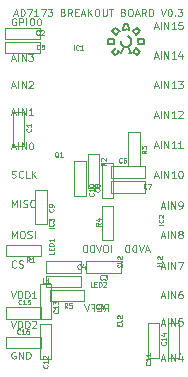
<source format=gbr>
G04 (created by PCBNEW (2013-jul-07)-stable) date Mon 28 Dec 2015 12:05:22 PM PST*
%MOIN*%
G04 Gerber Fmt 3.4, Leading zero omitted, Abs format*
%FSLAX34Y34*%
G01*
G70*
G90*
G04 APERTURE LIST*
%ADD10C,0.00393701*%
%ADD11C,0.0016*%
%ADD12C,0.0024*%
%ADD13C,0.002*%
%ADD14C,0.0059*%
G04 APERTURE END LIST*
G54D10*
G54D11*
X56391Y-39291D02*
X56399Y-39299D01*
X56406Y-39321D01*
X56406Y-39337D01*
X56399Y-39360D01*
X56383Y-39375D01*
X56368Y-39382D01*
X56338Y-39390D01*
X56315Y-39390D01*
X56284Y-39382D01*
X56269Y-39375D01*
X56254Y-39360D01*
X56246Y-39337D01*
X56246Y-39321D01*
X56254Y-39299D01*
X56262Y-39291D01*
X56406Y-39139D02*
X56406Y-39230D01*
X56406Y-39184D02*
X56246Y-39184D01*
X56269Y-39200D01*
X56284Y-39215D01*
X56292Y-39230D01*
X56676Y-36152D02*
X56668Y-36160D01*
X56645Y-36167D01*
X56630Y-36167D01*
X56607Y-36160D01*
X56592Y-36144D01*
X56584Y-36129D01*
X56577Y-36099D01*
X56577Y-36076D01*
X56584Y-36045D01*
X56592Y-36030D01*
X56607Y-36015D01*
X56630Y-36007D01*
X56645Y-36007D01*
X56668Y-36015D01*
X56676Y-36023D01*
X56737Y-36023D02*
X56744Y-36015D01*
X56759Y-36007D01*
X56798Y-36007D01*
X56813Y-36015D01*
X56820Y-36023D01*
X56828Y-36038D01*
X56828Y-36053D01*
X56820Y-36076D01*
X56729Y-36167D01*
X56828Y-36167D01*
X58795Y-44311D02*
X58787Y-44319D01*
X58765Y-44326D01*
X58749Y-44326D01*
X58726Y-44319D01*
X58711Y-44303D01*
X58704Y-44288D01*
X58696Y-44258D01*
X58696Y-44235D01*
X58704Y-44204D01*
X58711Y-44189D01*
X58726Y-44174D01*
X58749Y-44166D01*
X58765Y-44166D01*
X58787Y-44174D01*
X58795Y-44182D01*
X58848Y-44166D02*
X58947Y-44166D01*
X58894Y-44227D01*
X58917Y-44227D01*
X58932Y-44235D01*
X58940Y-44242D01*
X58947Y-44258D01*
X58947Y-44296D01*
X58940Y-44311D01*
X58932Y-44319D01*
X58917Y-44326D01*
X58871Y-44326D01*
X58856Y-44319D01*
X58848Y-44311D01*
X58050Y-43959D02*
X58042Y-43967D01*
X58019Y-43974D01*
X58004Y-43974D01*
X57981Y-43967D01*
X57966Y-43951D01*
X57958Y-43936D01*
X57951Y-43906D01*
X57951Y-43883D01*
X57958Y-43852D01*
X57966Y-43837D01*
X57981Y-43822D01*
X58004Y-43814D01*
X58019Y-43814D01*
X58042Y-43822D01*
X58050Y-43830D01*
X58187Y-43868D02*
X58187Y-43974D01*
X58149Y-43807D02*
X58111Y-43921D01*
X58210Y-43921D01*
X57822Y-36666D02*
X57822Y-36506D01*
X57989Y-36651D02*
X57982Y-36659D01*
X57959Y-36666D01*
X57944Y-36666D01*
X57921Y-36659D01*
X57905Y-36643D01*
X57898Y-36628D01*
X57890Y-36598D01*
X57890Y-36575D01*
X57898Y-36544D01*
X57905Y-36529D01*
X57921Y-36514D01*
X57944Y-36506D01*
X57959Y-36506D01*
X57982Y-36514D01*
X57989Y-36522D01*
X58142Y-36666D02*
X58050Y-36666D01*
X58096Y-36666D02*
X58096Y-36506D01*
X58081Y-36529D01*
X58065Y-36544D01*
X58050Y-36552D01*
X57154Y-43400D02*
X57154Y-43476D01*
X56994Y-43476D01*
X57070Y-43347D02*
X57070Y-43294D01*
X57154Y-43271D02*
X57154Y-43347D01*
X56994Y-43347D01*
X56994Y-43271D01*
X57154Y-43202D02*
X56994Y-43202D01*
X56994Y-43164D01*
X57002Y-43141D01*
X57017Y-43126D01*
X57032Y-43118D01*
X57063Y-43111D01*
X57086Y-43111D01*
X57116Y-43118D01*
X57131Y-43126D01*
X57147Y-43141D01*
X57154Y-43164D01*
X57154Y-43202D01*
X57154Y-42958D02*
X57154Y-43050D01*
X57154Y-43004D02*
X56994Y-43004D01*
X57017Y-43019D01*
X57032Y-43035D01*
X57040Y-43050D01*
X56357Y-43738D02*
X56303Y-43662D01*
X56265Y-43738D02*
X56265Y-43578D01*
X56326Y-43578D01*
X56341Y-43586D01*
X56349Y-43594D01*
X56357Y-43609D01*
X56357Y-43632D01*
X56349Y-43647D01*
X56341Y-43654D01*
X56326Y-43662D01*
X56265Y-43662D01*
X56509Y-43738D02*
X56418Y-43738D01*
X56463Y-43738D02*
X56463Y-43578D01*
X56448Y-43601D01*
X56433Y-43616D01*
X56418Y-43624D01*
X58889Y-40429D02*
X58813Y-40483D01*
X58889Y-40521D02*
X58729Y-40521D01*
X58729Y-40460D01*
X58737Y-40445D01*
X58745Y-40437D01*
X58760Y-40429D01*
X58783Y-40429D01*
X58798Y-40437D01*
X58805Y-40445D01*
X58813Y-40460D01*
X58813Y-40521D01*
X58745Y-40368D02*
X58737Y-40361D01*
X58729Y-40346D01*
X58729Y-40307D01*
X58737Y-40292D01*
X58745Y-40285D01*
X58760Y-40277D01*
X58775Y-40277D01*
X58798Y-40285D01*
X58889Y-40376D01*
X58889Y-40277D01*
X60246Y-40023D02*
X60170Y-40077D01*
X60246Y-40115D02*
X60086Y-40115D01*
X60086Y-40054D01*
X60094Y-40039D01*
X60102Y-40031D01*
X60117Y-40023D01*
X60140Y-40023D01*
X60155Y-40031D01*
X60162Y-40039D01*
X60170Y-40054D01*
X60170Y-40115D01*
X60086Y-39970D02*
X60086Y-39871D01*
X60147Y-39924D01*
X60147Y-39901D01*
X60155Y-39886D01*
X60162Y-39879D01*
X60178Y-39871D01*
X60216Y-39871D01*
X60231Y-39879D01*
X60239Y-39886D01*
X60246Y-39901D01*
X60246Y-39947D01*
X60239Y-39962D01*
X60231Y-39970D01*
G54D12*
X55758Y-36966D02*
X55873Y-36966D01*
X55735Y-37035D02*
X55815Y-36795D01*
X55895Y-37035D01*
X55975Y-37035D02*
X55975Y-36795D01*
X56090Y-37035D02*
X56090Y-36795D01*
X56227Y-37035D01*
X56227Y-36795D01*
X56318Y-36795D02*
X56467Y-36795D01*
X56387Y-36886D01*
X56421Y-36886D01*
X56444Y-36898D01*
X56455Y-36909D01*
X56467Y-36932D01*
X56467Y-36989D01*
X56455Y-37012D01*
X56444Y-37023D01*
X56421Y-37035D01*
X56353Y-37035D01*
X56330Y-37023D01*
X56318Y-37012D01*
X55758Y-37872D02*
X55873Y-37872D01*
X55735Y-37941D02*
X55815Y-37701D01*
X55895Y-37941D01*
X55975Y-37941D02*
X55975Y-37701D01*
X56090Y-37941D02*
X56090Y-37701D01*
X56227Y-37941D01*
X56227Y-37701D01*
X56330Y-37724D02*
X56341Y-37712D01*
X56364Y-37701D01*
X56421Y-37701D01*
X56444Y-37712D01*
X56455Y-37724D01*
X56467Y-37746D01*
X56467Y-37769D01*
X56455Y-37804D01*
X56318Y-37941D01*
X56467Y-37941D01*
X55758Y-38777D02*
X55873Y-38777D01*
X55735Y-38846D02*
X55815Y-38606D01*
X55895Y-38846D01*
X55975Y-38846D02*
X55975Y-38606D01*
X56090Y-38846D02*
X56090Y-38606D01*
X56227Y-38846D01*
X56227Y-38606D01*
X56467Y-38846D02*
X56330Y-38846D01*
X56398Y-38846D02*
X56398Y-38606D01*
X56375Y-38640D01*
X56353Y-38663D01*
X56330Y-38674D01*
X55758Y-39919D02*
X55873Y-39919D01*
X55735Y-39988D02*
X55815Y-39748D01*
X55895Y-39988D01*
X55975Y-39988D02*
X55975Y-39748D01*
X56090Y-39988D02*
X56090Y-39748D01*
X56227Y-39988D01*
X56227Y-39748D01*
X56387Y-39748D02*
X56410Y-39748D01*
X56433Y-39759D01*
X56444Y-39771D01*
X56455Y-39793D01*
X56467Y-39839D01*
X56467Y-39896D01*
X56455Y-39942D01*
X56444Y-39965D01*
X56433Y-39976D01*
X56410Y-39988D01*
X56387Y-39988D01*
X56364Y-39976D01*
X56353Y-39965D01*
X56341Y-39942D01*
X56330Y-39896D01*
X56330Y-39839D01*
X56341Y-39793D01*
X56353Y-39771D01*
X56364Y-39759D01*
X56387Y-39748D01*
X55770Y-41917D02*
X55770Y-41677D01*
X55850Y-41848D01*
X55930Y-41677D01*
X55930Y-41917D01*
X56044Y-41917D02*
X56044Y-41677D01*
X56147Y-41905D02*
X56181Y-41917D01*
X56238Y-41917D01*
X56261Y-41905D01*
X56273Y-41894D01*
X56284Y-41871D01*
X56284Y-41848D01*
X56273Y-41825D01*
X56261Y-41814D01*
X56238Y-41802D01*
X56193Y-41791D01*
X56170Y-41780D01*
X56158Y-41768D01*
X56147Y-41745D01*
X56147Y-41722D01*
X56158Y-41700D01*
X56170Y-41688D01*
X56193Y-41677D01*
X56250Y-41677D01*
X56284Y-41688D01*
X56433Y-41677D02*
X56478Y-41677D01*
X56501Y-41688D01*
X56524Y-41711D01*
X56535Y-41757D01*
X56535Y-41837D01*
X56524Y-41882D01*
X56501Y-41905D01*
X56478Y-41917D01*
X56433Y-41917D01*
X56410Y-41905D01*
X56387Y-41882D01*
X56375Y-41837D01*
X56375Y-41757D01*
X56387Y-41711D01*
X56410Y-41688D01*
X56433Y-41677D01*
X55758Y-40921D02*
X55793Y-40933D01*
X55850Y-40933D01*
X55873Y-40921D01*
X55884Y-40910D01*
X55895Y-40887D01*
X55895Y-40864D01*
X55884Y-40841D01*
X55873Y-40830D01*
X55850Y-40818D01*
X55804Y-40807D01*
X55781Y-40796D01*
X55770Y-40784D01*
X55758Y-40761D01*
X55758Y-40738D01*
X55770Y-40716D01*
X55781Y-40704D01*
X55804Y-40693D01*
X55861Y-40693D01*
X55895Y-40704D01*
X56135Y-40910D02*
X56124Y-40921D01*
X56090Y-40933D01*
X56067Y-40933D01*
X56033Y-40921D01*
X56010Y-40898D01*
X55998Y-40876D01*
X55987Y-40830D01*
X55987Y-40796D01*
X55998Y-40750D01*
X56010Y-40727D01*
X56033Y-40704D01*
X56067Y-40693D01*
X56090Y-40693D01*
X56124Y-40704D01*
X56135Y-40716D01*
X56353Y-40933D02*
X56238Y-40933D01*
X56238Y-40693D01*
X56433Y-40933D02*
X56433Y-40693D01*
X56570Y-40933D02*
X56467Y-40796D01*
X56570Y-40693D02*
X56433Y-40830D01*
X55907Y-43902D02*
X55895Y-43913D01*
X55861Y-43925D01*
X55838Y-43925D01*
X55804Y-43913D01*
X55781Y-43890D01*
X55770Y-43868D01*
X55758Y-43822D01*
X55758Y-43788D01*
X55770Y-43742D01*
X55781Y-43719D01*
X55804Y-43696D01*
X55838Y-43685D01*
X55861Y-43685D01*
X55895Y-43696D01*
X55907Y-43708D01*
X55998Y-43913D02*
X56033Y-43925D01*
X56090Y-43925D01*
X56113Y-43913D01*
X56124Y-43902D01*
X56135Y-43879D01*
X56135Y-43856D01*
X56124Y-43833D01*
X56113Y-43822D01*
X56090Y-43810D01*
X56044Y-43799D01*
X56021Y-43788D01*
X56010Y-43776D01*
X55998Y-43753D01*
X55998Y-43730D01*
X56010Y-43708D01*
X56021Y-43696D01*
X56044Y-43685D01*
X56101Y-43685D01*
X56135Y-43696D01*
X55735Y-44709D02*
X55815Y-44949D01*
X55895Y-44709D01*
X55975Y-44949D02*
X55975Y-44709D01*
X56033Y-44709D01*
X56067Y-44720D01*
X56090Y-44743D01*
X56101Y-44766D01*
X56113Y-44812D01*
X56113Y-44846D01*
X56101Y-44892D01*
X56090Y-44914D01*
X56067Y-44937D01*
X56033Y-44949D01*
X55975Y-44949D01*
X56215Y-44949D02*
X56215Y-44709D01*
X56273Y-44709D01*
X56307Y-44720D01*
X56330Y-44743D01*
X56341Y-44766D01*
X56353Y-44812D01*
X56353Y-44846D01*
X56341Y-44892D01*
X56330Y-44914D01*
X56307Y-44937D01*
X56273Y-44949D01*
X56215Y-44949D01*
X56581Y-44949D02*
X56444Y-44949D01*
X56513Y-44949D02*
X56513Y-44709D01*
X56490Y-44743D01*
X56467Y-44766D01*
X56444Y-44777D01*
X55735Y-45693D02*
X55815Y-45933D01*
X55895Y-45693D01*
X55975Y-45933D02*
X55975Y-45693D01*
X56033Y-45693D01*
X56067Y-45704D01*
X56090Y-45727D01*
X56101Y-45750D01*
X56113Y-45796D01*
X56113Y-45830D01*
X56101Y-45876D01*
X56090Y-45898D01*
X56067Y-45921D01*
X56033Y-45933D01*
X55975Y-45933D01*
X56215Y-45933D02*
X56215Y-45693D01*
X56273Y-45693D01*
X56307Y-45704D01*
X56330Y-45727D01*
X56341Y-45750D01*
X56353Y-45796D01*
X56353Y-45830D01*
X56341Y-45876D01*
X56330Y-45898D01*
X56307Y-45921D01*
X56273Y-45933D01*
X56215Y-45933D01*
X56444Y-45716D02*
X56455Y-45704D01*
X56478Y-45693D01*
X56535Y-45693D01*
X56558Y-45704D01*
X56570Y-45716D01*
X56581Y-45738D01*
X56581Y-45761D01*
X56570Y-45796D01*
X56433Y-45933D01*
X56581Y-45933D01*
X55895Y-35625D02*
X55873Y-35614D01*
X55838Y-35614D01*
X55804Y-35625D01*
X55781Y-35648D01*
X55770Y-35671D01*
X55758Y-35717D01*
X55758Y-35751D01*
X55770Y-35797D01*
X55781Y-35819D01*
X55804Y-35842D01*
X55838Y-35854D01*
X55861Y-35854D01*
X55895Y-35842D01*
X55907Y-35831D01*
X55907Y-35751D01*
X55861Y-35751D01*
X56010Y-35854D02*
X56010Y-35614D01*
X56101Y-35614D01*
X56124Y-35625D01*
X56135Y-35637D01*
X56147Y-35659D01*
X56147Y-35694D01*
X56135Y-35717D01*
X56124Y-35728D01*
X56101Y-35739D01*
X56010Y-35739D01*
X56250Y-35854D02*
X56250Y-35614D01*
X56410Y-35614D02*
X56455Y-35614D01*
X56478Y-35625D01*
X56501Y-35648D01*
X56513Y-35694D01*
X56513Y-35774D01*
X56501Y-35819D01*
X56478Y-35842D01*
X56455Y-35854D01*
X56410Y-35854D01*
X56387Y-35842D01*
X56364Y-35819D01*
X56353Y-35774D01*
X56353Y-35694D01*
X56364Y-35648D01*
X56387Y-35625D01*
X56410Y-35614D01*
X56661Y-35614D02*
X56684Y-35614D01*
X56707Y-35625D01*
X56718Y-35637D01*
X56730Y-35659D01*
X56741Y-35705D01*
X56741Y-35762D01*
X56730Y-35808D01*
X56718Y-35831D01*
X56707Y-35842D01*
X56684Y-35854D01*
X56661Y-35854D01*
X56638Y-35842D01*
X56627Y-35831D01*
X56615Y-35808D01*
X56604Y-35762D01*
X56604Y-35705D01*
X56615Y-35659D01*
X56627Y-35637D01*
X56638Y-35625D01*
X56661Y-35614D01*
X60745Y-46970D02*
X60860Y-46970D01*
X60722Y-47039D02*
X60802Y-46799D01*
X60882Y-47039D01*
X60962Y-47039D02*
X60962Y-46799D01*
X61077Y-47039D02*
X61077Y-46799D01*
X61214Y-47039D01*
X61214Y-46799D01*
X61431Y-46879D02*
X61431Y-47039D01*
X61374Y-46787D02*
X61317Y-46959D01*
X61465Y-46959D01*
X60745Y-45789D02*
X60860Y-45789D01*
X60722Y-45858D02*
X60802Y-45618D01*
X60882Y-45858D01*
X60962Y-45858D02*
X60962Y-45618D01*
X61077Y-45858D02*
X61077Y-45618D01*
X61214Y-45858D01*
X61214Y-45618D01*
X61442Y-45618D02*
X61328Y-45618D01*
X61317Y-45732D01*
X61328Y-45721D01*
X61351Y-45709D01*
X61408Y-45709D01*
X61431Y-45721D01*
X61442Y-45732D01*
X61454Y-45755D01*
X61454Y-45812D01*
X61442Y-45835D01*
X61431Y-45846D01*
X61408Y-45858D01*
X61351Y-45858D01*
X61328Y-45846D01*
X61317Y-45835D01*
X60745Y-44884D02*
X60860Y-44884D01*
X60722Y-44953D02*
X60802Y-44713D01*
X60882Y-44953D01*
X60962Y-44953D02*
X60962Y-44713D01*
X61077Y-44953D02*
X61077Y-44713D01*
X61214Y-44953D01*
X61214Y-44713D01*
X61431Y-44713D02*
X61385Y-44713D01*
X61362Y-44724D01*
X61351Y-44736D01*
X61328Y-44770D01*
X61317Y-44816D01*
X61317Y-44907D01*
X61328Y-44930D01*
X61340Y-44941D01*
X61362Y-44953D01*
X61408Y-44953D01*
X61431Y-44941D01*
X61442Y-44930D01*
X61454Y-44907D01*
X61454Y-44850D01*
X61442Y-44827D01*
X61431Y-44816D01*
X61408Y-44804D01*
X61362Y-44804D01*
X61340Y-44816D01*
X61328Y-44827D01*
X61317Y-44850D01*
X60745Y-43899D02*
X60860Y-43899D01*
X60722Y-43968D02*
X60802Y-43728D01*
X60882Y-43968D01*
X60962Y-43968D02*
X60962Y-43728D01*
X61077Y-43968D02*
X61077Y-43728D01*
X61214Y-43968D01*
X61214Y-43728D01*
X61305Y-43728D02*
X61465Y-43728D01*
X61362Y-43968D01*
X60745Y-42876D02*
X60860Y-42876D01*
X60722Y-42945D02*
X60802Y-42705D01*
X60882Y-42945D01*
X60962Y-42945D02*
X60962Y-42705D01*
X61077Y-42945D02*
X61077Y-42705D01*
X61214Y-42945D01*
X61214Y-42705D01*
X61362Y-42808D02*
X61340Y-42796D01*
X61328Y-42785D01*
X61317Y-42762D01*
X61317Y-42750D01*
X61328Y-42728D01*
X61340Y-42716D01*
X61362Y-42705D01*
X61408Y-42705D01*
X61431Y-42716D01*
X61442Y-42728D01*
X61454Y-42750D01*
X61454Y-42762D01*
X61442Y-42785D01*
X61431Y-42796D01*
X61408Y-42808D01*
X61362Y-42808D01*
X61340Y-42819D01*
X61328Y-42830D01*
X61317Y-42853D01*
X61317Y-42899D01*
X61328Y-42922D01*
X61340Y-42933D01*
X61362Y-42945D01*
X61408Y-42945D01*
X61431Y-42933D01*
X61442Y-42922D01*
X61454Y-42899D01*
X61454Y-42853D01*
X61442Y-42830D01*
X61431Y-42819D01*
X61408Y-42808D01*
X60745Y-41891D02*
X60860Y-41891D01*
X60722Y-41960D02*
X60802Y-41720D01*
X60882Y-41960D01*
X60962Y-41960D02*
X60962Y-41720D01*
X61077Y-41960D02*
X61077Y-41720D01*
X61214Y-41960D01*
X61214Y-41720D01*
X61340Y-41960D02*
X61385Y-41960D01*
X61408Y-41948D01*
X61420Y-41937D01*
X61442Y-41903D01*
X61454Y-41857D01*
X61454Y-41765D01*
X61442Y-41743D01*
X61431Y-41731D01*
X61408Y-41720D01*
X61362Y-41720D01*
X61340Y-41731D01*
X61328Y-41743D01*
X61317Y-41765D01*
X61317Y-41823D01*
X61328Y-41845D01*
X61340Y-41857D01*
X61362Y-41868D01*
X61408Y-41868D01*
X61431Y-41857D01*
X61442Y-41845D01*
X61454Y-41823D01*
X60517Y-40868D02*
X60631Y-40868D01*
X60494Y-40937D02*
X60574Y-40697D01*
X60654Y-40937D01*
X60734Y-40937D02*
X60734Y-40697D01*
X60848Y-40937D02*
X60848Y-40697D01*
X60985Y-40937D01*
X60985Y-40697D01*
X61225Y-40937D02*
X61088Y-40937D01*
X61157Y-40937D02*
X61157Y-40697D01*
X61134Y-40731D01*
X61111Y-40754D01*
X61088Y-40765D01*
X61374Y-40697D02*
X61397Y-40697D01*
X61420Y-40708D01*
X61431Y-40720D01*
X61442Y-40742D01*
X61454Y-40788D01*
X61454Y-40845D01*
X61442Y-40891D01*
X61431Y-40914D01*
X61420Y-40925D01*
X61397Y-40937D01*
X61374Y-40937D01*
X61351Y-40925D01*
X61340Y-40914D01*
X61328Y-40891D01*
X61317Y-40845D01*
X61317Y-40788D01*
X61328Y-40742D01*
X61340Y-40720D01*
X61351Y-40708D01*
X61374Y-40697D01*
X60517Y-39884D02*
X60631Y-39884D01*
X60494Y-39953D02*
X60574Y-39713D01*
X60654Y-39953D01*
X60734Y-39953D02*
X60734Y-39713D01*
X60848Y-39953D02*
X60848Y-39713D01*
X60985Y-39953D01*
X60985Y-39713D01*
X61225Y-39953D02*
X61088Y-39953D01*
X61157Y-39953D02*
X61157Y-39713D01*
X61134Y-39747D01*
X61111Y-39770D01*
X61088Y-39781D01*
X61454Y-39953D02*
X61317Y-39953D01*
X61385Y-39953D02*
X61385Y-39713D01*
X61362Y-39747D01*
X61340Y-39770D01*
X61317Y-39781D01*
X60517Y-38860D02*
X60631Y-38860D01*
X60494Y-38929D02*
X60574Y-38689D01*
X60654Y-38929D01*
X60734Y-38929D02*
X60734Y-38689D01*
X60848Y-38929D02*
X60848Y-38689D01*
X60985Y-38929D01*
X60985Y-38689D01*
X61225Y-38929D02*
X61088Y-38929D01*
X61157Y-38929D02*
X61157Y-38689D01*
X61134Y-38723D01*
X61111Y-38746D01*
X61088Y-38757D01*
X61317Y-38712D02*
X61328Y-38700D01*
X61351Y-38689D01*
X61408Y-38689D01*
X61431Y-38700D01*
X61442Y-38712D01*
X61454Y-38734D01*
X61454Y-38757D01*
X61442Y-38792D01*
X61305Y-38929D01*
X61454Y-38929D01*
X60517Y-37876D02*
X60631Y-37876D01*
X60494Y-37945D02*
X60574Y-37705D01*
X60654Y-37945D01*
X60734Y-37945D02*
X60734Y-37705D01*
X60848Y-37945D02*
X60848Y-37705D01*
X60985Y-37945D01*
X60985Y-37705D01*
X61225Y-37945D02*
X61088Y-37945D01*
X61157Y-37945D02*
X61157Y-37705D01*
X61134Y-37739D01*
X61111Y-37762D01*
X61088Y-37773D01*
X61305Y-37705D02*
X61454Y-37705D01*
X61374Y-37796D01*
X61408Y-37796D01*
X61431Y-37808D01*
X61442Y-37819D01*
X61454Y-37842D01*
X61454Y-37899D01*
X61442Y-37922D01*
X61431Y-37933D01*
X61408Y-37945D01*
X61340Y-37945D01*
X61317Y-37933D01*
X61305Y-37922D01*
X60517Y-36891D02*
X60631Y-36891D01*
X60494Y-36960D02*
X60574Y-36720D01*
X60654Y-36960D01*
X60734Y-36960D02*
X60734Y-36720D01*
X60848Y-36960D02*
X60848Y-36720D01*
X60985Y-36960D01*
X60985Y-36720D01*
X61225Y-36960D02*
X61088Y-36960D01*
X61157Y-36960D02*
X61157Y-36720D01*
X61134Y-36754D01*
X61111Y-36777D01*
X61088Y-36788D01*
X61431Y-36800D02*
X61431Y-36960D01*
X61374Y-36708D02*
X61317Y-36880D01*
X61465Y-36880D01*
X60517Y-35907D02*
X60631Y-35907D01*
X60494Y-35976D02*
X60574Y-35736D01*
X60654Y-35976D01*
X60734Y-35976D02*
X60734Y-35736D01*
X60848Y-35976D02*
X60848Y-35736D01*
X60985Y-35976D01*
X60985Y-35736D01*
X61225Y-35976D02*
X61088Y-35976D01*
X61157Y-35976D02*
X61157Y-35736D01*
X61134Y-35770D01*
X61111Y-35793D01*
X61088Y-35804D01*
X61442Y-35736D02*
X61328Y-35736D01*
X61317Y-35850D01*
X61328Y-35839D01*
X61351Y-35827D01*
X61408Y-35827D01*
X61431Y-35839D01*
X61442Y-35850D01*
X61454Y-35873D01*
X61454Y-35930D01*
X61442Y-35953D01*
X61431Y-35964D01*
X61408Y-35976D01*
X61351Y-35976D01*
X61328Y-35964D01*
X61317Y-35953D01*
G54D11*
X59425Y-40413D02*
X59417Y-40421D01*
X59395Y-40428D01*
X59379Y-40428D01*
X59356Y-40421D01*
X59341Y-40405D01*
X59334Y-40390D01*
X59326Y-40360D01*
X59326Y-40337D01*
X59334Y-40306D01*
X59341Y-40291D01*
X59356Y-40276D01*
X59379Y-40268D01*
X59395Y-40268D01*
X59417Y-40276D01*
X59425Y-40284D01*
X59562Y-40268D02*
X59532Y-40268D01*
X59516Y-40276D01*
X59509Y-40284D01*
X59494Y-40306D01*
X59486Y-40337D01*
X59486Y-40398D01*
X59494Y-40413D01*
X59501Y-40421D01*
X59516Y-40428D01*
X59547Y-40428D01*
X59562Y-40421D01*
X59570Y-40413D01*
X59577Y-40398D01*
X59577Y-40360D01*
X59570Y-40344D01*
X59562Y-40337D01*
X59547Y-40329D01*
X59516Y-40329D01*
X59501Y-40337D01*
X59494Y-40344D01*
X59486Y-40360D01*
X60252Y-41279D02*
X60244Y-41287D01*
X60222Y-41294D01*
X60206Y-41294D01*
X60183Y-41287D01*
X60168Y-41271D01*
X60161Y-41256D01*
X60153Y-41226D01*
X60153Y-41203D01*
X60161Y-41172D01*
X60168Y-41157D01*
X60183Y-41142D01*
X60206Y-41134D01*
X60222Y-41134D01*
X60244Y-41142D01*
X60252Y-41150D01*
X60305Y-41134D02*
X60412Y-41134D01*
X60343Y-41294D01*
X58677Y-41296D02*
X58685Y-41304D01*
X58692Y-41327D01*
X58692Y-41342D01*
X58685Y-41365D01*
X58669Y-41380D01*
X58654Y-41388D01*
X58624Y-41395D01*
X58601Y-41395D01*
X58570Y-41388D01*
X58555Y-41380D01*
X58540Y-41365D01*
X58532Y-41342D01*
X58532Y-41327D01*
X58540Y-41304D01*
X58548Y-41296D01*
X58601Y-41205D02*
X58593Y-41220D01*
X58586Y-41228D01*
X58570Y-41235D01*
X58563Y-41235D01*
X58548Y-41228D01*
X58540Y-41220D01*
X58532Y-41205D01*
X58532Y-41174D01*
X58540Y-41159D01*
X58548Y-41152D01*
X58563Y-41144D01*
X58570Y-41144D01*
X58586Y-41152D01*
X58593Y-41159D01*
X58601Y-41174D01*
X58601Y-41205D01*
X58608Y-41220D01*
X58616Y-41228D01*
X58631Y-41235D01*
X58662Y-41235D01*
X58677Y-41228D01*
X58685Y-41220D01*
X58692Y-41205D01*
X58692Y-41174D01*
X58685Y-41159D01*
X58677Y-41152D01*
X58662Y-41144D01*
X58631Y-41144D01*
X58616Y-41152D01*
X58608Y-41159D01*
X58601Y-41174D01*
X58727Y-42444D02*
X58651Y-42498D01*
X58727Y-42536D02*
X58567Y-42536D01*
X58567Y-42475D01*
X58575Y-42460D01*
X58583Y-42452D01*
X58598Y-42444D01*
X58621Y-42444D01*
X58636Y-42452D01*
X58643Y-42460D01*
X58651Y-42475D01*
X58651Y-42536D01*
X58621Y-42307D02*
X58727Y-42307D01*
X58560Y-42345D02*
X58674Y-42383D01*
X58674Y-42284D01*
X57154Y-42610D02*
X56994Y-42610D01*
X57139Y-42443D02*
X57147Y-42450D01*
X57154Y-42473D01*
X57154Y-42489D01*
X57147Y-42511D01*
X57131Y-42527D01*
X57116Y-42534D01*
X57086Y-42542D01*
X57063Y-42542D01*
X57032Y-42534D01*
X57017Y-42527D01*
X57002Y-42511D01*
X56994Y-42489D01*
X56994Y-42473D01*
X57002Y-42450D01*
X57010Y-42443D01*
X56994Y-42389D02*
X56994Y-42290D01*
X57055Y-42344D01*
X57055Y-42321D01*
X57063Y-42306D01*
X57070Y-42298D01*
X57086Y-42290D01*
X57124Y-42290D01*
X57139Y-42298D01*
X57147Y-42306D01*
X57154Y-42321D01*
X57154Y-42367D01*
X57147Y-42382D01*
X57139Y-42389D01*
X60815Y-42492D02*
X60655Y-42492D01*
X60800Y-42325D02*
X60808Y-42332D01*
X60815Y-42355D01*
X60815Y-42371D01*
X60808Y-42393D01*
X60792Y-42409D01*
X60777Y-42416D01*
X60747Y-42424D01*
X60724Y-42424D01*
X60693Y-42416D01*
X60678Y-42409D01*
X60663Y-42393D01*
X60655Y-42371D01*
X60655Y-42355D01*
X60663Y-42332D01*
X60671Y-42325D01*
X60671Y-42264D02*
X60663Y-42256D01*
X60655Y-42241D01*
X60655Y-42203D01*
X60663Y-42188D01*
X60671Y-42180D01*
X60686Y-42172D01*
X60701Y-42172D01*
X60724Y-42180D01*
X60815Y-42271D01*
X60815Y-42172D01*
X56700Y-36634D02*
X56692Y-36642D01*
X56670Y-36649D01*
X56654Y-36649D01*
X56631Y-36642D01*
X56616Y-36626D01*
X56609Y-36611D01*
X56601Y-36581D01*
X56601Y-36558D01*
X56609Y-36527D01*
X56616Y-36512D01*
X56631Y-36497D01*
X56654Y-36489D01*
X56670Y-36489D01*
X56692Y-36497D01*
X56700Y-36505D01*
X56845Y-36489D02*
X56769Y-36489D01*
X56761Y-36565D01*
X56769Y-36558D01*
X56784Y-36550D01*
X56822Y-36550D01*
X56837Y-36558D01*
X56845Y-36565D01*
X56852Y-36581D01*
X56852Y-36619D01*
X56845Y-36634D01*
X56837Y-36642D01*
X56822Y-36649D01*
X56784Y-36649D01*
X56769Y-36642D01*
X56761Y-36634D01*
G54D12*
X55883Y-46736D02*
X55861Y-46725D01*
X55826Y-46725D01*
X55792Y-46736D01*
X55769Y-46759D01*
X55758Y-46782D01*
X55746Y-46828D01*
X55746Y-46862D01*
X55758Y-46908D01*
X55769Y-46930D01*
X55792Y-46953D01*
X55826Y-46965D01*
X55849Y-46965D01*
X55883Y-46953D01*
X55895Y-46942D01*
X55895Y-46862D01*
X55849Y-46862D01*
X55998Y-46965D02*
X55998Y-46725D01*
X56135Y-46965D01*
X56135Y-46725D01*
X56249Y-46965D02*
X56249Y-46725D01*
X56306Y-46725D01*
X56341Y-46736D01*
X56363Y-46759D01*
X56375Y-46782D01*
X56386Y-46828D01*
X56386Y-46862D01*
X56375Y-46908D01*
X56363Y-46930D01*
X56341Y-46953D01*
X56306Y-46965D01*
X56249Y-46965D01*
X55837Y-35470D02*
X55952Y-35470D01*
X55814Y-35539D02*
X55894Y-35299D01*
X55974Y-35539D01*
X56054Y-35539D02*
X56054Y-35299D01*
X56112Y-35299D01*
X56146Y-35310D01*
X56169Y-35333D01*
X56180Y-35356D01*
X56192Y-35402D01*
X56192Y-35436D01*
X56180Y-35482D01*
X56169Y-35504D01*
X56146Y-35527D01*
X56112Y-35539D01*
X56054Y-35539D01*
X56272Y-35299D02*
X56432Y-35299D01*
X56329Y-35539D01*
X56649Y-35539D02*
X56511Y-35539D01*
X56580Y-35539D02*
X56580Y-35299D01*
X56557Y-35333D01*
X56534Y-35356D01*
X56511Y-35367D01*
X56729Y-35299D02*
X56889Y-35299D01*
X56786Y-35539D01*
X56957Y-35299D02*
X57106Y-35299D01*
X57026Y-35390D01*
X57060Y-35390D01*
X57083Y-35402D01*
X57094Y-35413D01*
X57106Y-35436D01*
X57106Y-35493D01*
X57094Y-35516D01*
X57083Y-35527D01*
X57060Y-35539D01*
X56991Y-35539D01*
X56969Y-35527D01*
X56957Y-35516D01*
X57471Y-35413D02*
X57506Y-35424D01*
X57517Y-35436D01*
X57529Y-35459D01*
X57529Y-35493D01*
X57517Y-35516D01*
X57506Y-35527D01*
X57483Y-35539D01*
X57391Y-35539D01*
X57391Y-35299D01*
X57471Y-35299D01*
X57494Y-35310D01*
X57506Y-35322D01*
X57517Y-35344D01*
X57517Y-35367D01*
X57506Y-35390D01*
X57494Y-35402D01*
X57471Y-35413D01*
X57391Y-35413D01*
X57769Y-35539D02*
X57689Y-35424D01*
X57631Y-35539D02*
X57631Y-35299D01*
X57723Y-35299D01*
X57746Y-35310D01*
X57757Y-35322D01*
X57769Y-35344D01*
X57769Y-35379D01*
X57757Y-35402D01*
X57746Y-35413D01*
X57723Y-35424D01*
X57631Y-35424D01*
X57871Y-35413D02*
X57951Y-35413D01*
X57986Y-35539D02*
X57871Y-35539D01*
X57871Y-35299D01*
X57986Y-35299D01*
X58077Y-35470D02*
X58191Y-35470D01*
X58054Y-35539D02*
X58134Y-35299D01*
X58214Y-35539D01*
X58294Y-35539D02*
X58294Y-35299D01*
X58431Y-35539D02*
X58329Y-35402D01*
X58431Y-35299D02*
X58294Y-35436D01*
X58580Y-35299D02*
X58626Y-35299D01*
X58649Y-35310D01*
X58671Y-35333D01*
X58683Y-35379D01*
X58683Y-35459D01*
X58671Y-35504D01*
X58649Y-35527D01*
X58626Y-35539D01*
X58580Y-35539D01*
X58557Y-35527D01*
X58534Y-35504D01*
X58523Y-35459D01*
X58523Y-35379D01*
X58534Y-35333D01*
X58557Y-35310D01*
X58580Y-35299D01*
X58786Y-35299D02*
X58786Y-35493D01*
X58797Y-35516D01*
X58809Y-35527D01*
X58831Y-35539D01*
X58877Y-35539D01*
X58900Y-35527D01*
X58911Y-35516D01*
X58923Y-35493D01*
X58923Y-35299D01*
X59003Y-35299D02*
X59140Y-35299D01*
X59071Y-35539D02*
X59071Y-35299D01*
X59483Y-35413D02*
X59517Y-35424D01*
X59529Y-35436D01*
X59540Y-35459D01*
X59540Y-35493D01*
X59529Y-35516D01*
X59517Y-35527D01*
X59494Y-35539D01*
X59403Y-35539D01*
X59403Y-35299D01*
X59483Y-35299D01*
X59506Y-35310D01*
X59517Y-35322D01*
X59529Y-35344D01*
X59529Y-35367D01*
X59517Y-35390D01*
X59506Y-35402D01*
X59483Y-35413D01*
X59403Y-35413D01*
X59689Y-35299D02*
X59734Y-35299D01*
X59757Y-35310D01*
X59780Y-35333D01*
X59791Y-35379D01*
X59791Y-35459D01*
X59780Y-35504D01*
X59757Y-35527D01*
X59734Y-35539D01*
X59689Y-35539D01*
X59666Y-35527D01*
X59643Y-35504D01*
X59631Y-35459D01*
X59631Y-35379D01*
X59643Y-35333D01*
X59666Y-35310D01*
X59689Y-35299D01*
X59883Y-35470D02*
X59997Y-35470D01*
X59860Y-35539D02*
X59940Y-35299D01*
X60020Y-35539D01*
X60237Y-35539D02*
X60157Y-35424D01*
X60100Y-35539D02*
X60100Y-35299D01*
X60191Y-35299D01*
X60214Y-35310D01*
X60226Y-35322D01*
X60237Y-35344D01*
X60237Y-35379D01*
X60226Y-35402D01*
X60214Y-35413D01*
X60191Y-35424D01*
X60100Y-35424D01*
X60340Y-35539D02*
X60340Y-35299D01*
X60397Y-35299D01*
X60431Y-35310D01*
X60454Y-35333D01*
X60466Y-35356D01*
X60477Y-35402D01*
X60477Y-35436D01*
X60466Y-35482D01*
X60454Y-35504D01*
X60431Y-35527D01*
X60397Y-35539D01*
X60340Y-35539D01*
X60729Y-35299D02*
X60809Y-35539D01*
X60889Y-35299D01*
X61014Y-35299D02*
X61037Y-35299D01*
X61060Y-35310D01*
X61071Y-35322D01*
X61083Y-35344D01*
X61094Y-35390D01*
X61094Y-35447D01*
X61083Y-35493D01*
X61071Y-35516D01*
X61060Y-35527D01*
X61037Y-35539D01*
X61014Y-35539D01*
X60991Y-35527D01*
X60980Y-35516D01*
X60969Y-35493D01*
X60957Y-35447D01*
X60957Y-35390D01*
X60969Y-35344D01*
X60980Y-35322D01*
X60991Y-35310D01*
X61014Y-35299D01*
X61197Y-35516D02*
X61209Y-35527D01*
X61197Y-35539D01*
X61186Y-35527D01*
X61197Y-35516D01*
X61197Y-35539D01*
X61289Y-35299D02*
X61437Y-35299D01*
X61357Y-35390D01*
X61391Y-35390D01*
X61414Y-35402D01*
X61426Y-35413D01*
X61437Y-35436D01*
X61437Y-35493D01*
X61426Y-35516D01*
X61414Y-35527D01*
X61391Y-35539D01*
X61323Y-35539D01*
X61300Y-35527D01*
X61289Y-35516D01*
G54D11*
X57314Y-40247D02*
X57299Y-40239D01*
X57284Y-40224D01*
X57261Y-40201D01*
X57246Y-40193D01*
X57230Y-40193D01*
X57238Y-40231D02*
X57223Y-40224D01*
X57208Y-40208D01*
X57200Y-40178D01*
X57200Y-40125D01*
X57208Y-40094D01*
X57223Y-40079D01*
X57238Y-40071D01*
X57269Y-40071D01*
X57284Y-40079D01*
X57299Y-40094D01*
X57307Y-40125D01*
X57307Y-40178D01*
X57299Y-40208D01*
X57284Y-40224D01*
X57269Y-40231D01*
X57238Y-40231D01*
X57459Y-40231D02*
X57368Y-40231D01*
X57413Y-40231D02*
X57413Y-40071D01*
X57398Y-40094D01*
X57383Y-40109D01*
X57368Y-40117D01*
X57141Y-41965D02*
X57149Y-41973D01*
X57156Y-41996D01*
X57156Y-42011D01*
X57149Y-42034D01*
X57133Y-42049D01*
X57118Y-42057D01*
X57088Y-42064D01*
X57065Y-42064D01*
X57034Y-42057D01*
X57019Y-42049D01*
X57004Y-42034D01*
X56996Y-42011D01*
X56996Y-41996D01*
X57004Y-41973D01*
X57012Y-41965D01*
X57156Y-41889D02*
X57156Y-41859D01*
X57149Y-41843D01*
X57141Y-41836D01*
X57118Y-41821D01*
X57088Y-41813D01*
X57027Y-41813D01*
X57012Y-41821D01*
X57004Y-41828D01*
X56996Y-41843D01*
X56996Y-41874D01*
X57004Y-41889D01*
X57012Y-41897D01*
X57027Y-41904D01*
X57065Y-41904D01*
X57080Y-41897D01*
X57088Y-41889D01*
X57095Y-41874D01*
X57095Y-41843D01*
X57088Y-41828D01*
X57080Y-41821D01*
X57065Y-41813D01*
X58480Y-41449D02*
X58488Y-41456D01*
X58495Y-41479D01*
X58495Y-41494D01*
X58488Y-41517D01*
X58472Y-41533D01*
X58457Y-41540D01*
X58427Y-41548D01*
X58404Y-41548D01*
X58373Y-41540D01*
X58358Y-41533D01*
X58343Y-41517D01*
X58335Y-41494D01*
X58335Y-41479D01*
X58343Y-41456D01*
X58351Y-41449D01*
X58495Y-41296D02*
X58495Y-41388D01*
X58495Y-41342D02*
X58335Y-41342D01*
X58358Y-41357D01*
X58373Y-41373D01*
X58381Y-41388D01*
X58335Y-41197D02*
X58335Y-41182D01*
X58343Y-41167D01*
X58351Y-41159D01*
X58366Y-41152D01*
X58396Y-41144D01*
X58434Y-41144D01*
X58465Y-41152D01*
X58480Y-41159D01*
X58488Y-41167D01*
X58495Y-41182D01*
X58495Y-41197D01*
X58488Y-41213D01*
X58480Y-41220D01*
X58465Y-41228D01*
X58434Y-41235D01*
X58396Y-41235D01*
X58366Y-41228D01*
X58351Y-41220D01*
X58343Y-41213D01*
X58335Y-41197D01*
X58507Y-45310D02*
X58507Y-45150D01*
X58674Y-45295D02*
X58667Y-45303D01*
X58644Y-45310D01*
X58629Y-45310D01*
X58606Y-45303D01*
X58590Y-45287D01*
X58583Y-45272D01*
X58575Y-45242D01*
X58575Y-45219D01*
X58583Y-45188D01*
X58590Y-45173D01*
X58606Y-45158D01*
X58629Y-45150D01*
X58644Y-45150D01*
X58667Y-45158D01*
X58674Y-45166D01*
X58811Y-45204D02*
X58811Y-45310D01*
X58773Y-45143D02*
X58735Y-45257D01*
X58834Y-45257D01*
X57296Y-45354D02*
X57304Y-45362D01*
X57311Y-45384D01*
X57311Y-45400D01*
X57304Y-45423D01*
X57288Y-45438D01*
X57273Y-45445D01*
X57243Y-45453D01*
X57220Y-45453D01*
X57189Y-45445D01*
X57174Y-45438D01*
X57159Y-45423D01*
X57151Y-45400D01*
X57151Y-45384D01*
X57159Y-45362D01*
X57167Y-45354D01*
X57311Y-45202D02*
X57311Y-45293D01*
X57311Y-45247D02*
X57151Y-45247D01*
X57174Y-45263D01*
X57189Y-45278D01*
X57197Y-45293D01*
X57151Y-45148D02*
X57151Y-45049D01*
X57212Y-45103D01*
X57212Y-45080D01*
X57220Y-45064D01*
X57227Y-45057D01*
X57243Y-45049D01*
X57281Y-45049D01*
X57296Y-45057D01*
X57304Y-45064D01*
X57311Y-45080D01*
X57311Y-45125D01*
X57304Y-45141D01*
X57296Y-45148D01*
X56942Y-47165D02*
X56950Y-47173D01*
X56957Y-47195D01*
X56957Y-47211D01*
X56950Y-47234D01*
X56934Y-47249D01*
X56919Y-47256D01*
X56889Y-47264D01*
X56866Y-47264D01*
X56835Y-47256D01*
X56820Y-47249D01*
X56805Y-47234D01*
X56797Y-47211D01*
X56797Y-47195D01*
X56805Y-47173D01*
X56813Y-47165D01*
X56957Y-47013D02*
X56957Y-47104D01*
X56957Y-47058D02*
X56797Y-47058D01*
X56820Y-47074D01*
X56835Y-47089D01*
X56843Y-47104D01*
X56813Y-46952D02*
X56805Y-46944D01*
X56797Y-46929D01*
X56797Y-46891D01*
X56805Y-46875D01*
X56813Y-46868D01*
X56828Y-46860D01*
X56843Y-46860D01*
X56866Y-46868D01*
X56957Y-46959D01*
X56957Y-46860D01*
X60367Y-47086D02*
X60375Y-47094D01*
X60382Y-47116D01*
X60382Y-47132D01*
X60375Y-47155D01*
X60359Y-47170D01*
X60344Y-47177D01*
X60314Y-47185D01*
X60291Y-47185D01*
X60260Y-47177D01*
X60245Y-47170D01*
X60230Y-47155D01*
X60222Y-47132D01*
X60222Y-47116D01*
X60230Y-47094D01*
X60238Y-47086D01*
X60382Y-46934D02*
X60382Y-47025D01*
X60382Y-46979D02*
X60222Y-46979D01*
X60245Y-46995D01*
X60260Y-47010D01*
X60268Y-47025D01*
X60382Y-46781D02*
X60382Y-46873D01*
X60382Y-46827D02*
X60222Y-46827D01*
X60245Y-46842D01*
X60260Y-46857D01*
X60268Y-46873D01*
X60771Y-43551D02*
X60778Y-43574D01*
X60778Y-43612D01*
X60771Y-43627D01*
X60763Y-43635D01*
X60748Y-43643D01*
X60733Y-43643D01*
X60717Y-43635D01*
X60710Y-43627D01*
X60702Y-43612D01*
X60694Y-43582D01*
X60687Y-43567D01*
X60679Y-43559D01*
X60664Y-43551D01*
X60649Y-43551D01*
X60634Y-43559D01*
X60626Y-43567D01*
X60618Y-43582D01*
X60618Y-43620D01*
X60626Y-43643D01*
X60618Y-43757D02*
X60733Y-43757D01*
X60755Y-43749D01*
X60771Y-43734D01*
X60778Y-43711D01*
X60778Y-43696D01*
X60778Y-43917D02*
X60778Y-43826D01*
X60778Y-43871D02*
X60618Y-43871D01*
X60641Y-43856D01*
X60656Y-43841D01*
X60664Y-43826D01*
X60881Y-46409D02*
X60889Y-46416D01*
X60896Y-46439D01*
X60896Y-46454D01*
X60889Y-46477D01*
X60873Y-46493D01*
X60858Y-46500D01*
X60828Y-46508D01*
X60805Y-46508D01*
X60774Y-46500D01*
X60759Y-46493D01*
X60744Y-46477D01*
X60736Y-46454D01*
X60736Y-46439D01*
X60744Y-46416D01*
X60752Y-46409D01*
X60896Y-46256D02*
X60896Y-46348D01*
X60896Y-46302D02*
X60736Y-46302D01*
X60759Y-46317D01*
X60774Y-46333D01*
X60782Y-46348D01*
X60790Y-46119D02*
X60896Y-46119D01*
X60729Y-46157D02*
X60843Y-46195D01*
X60843Y-46096D01*
X58465Y-44562D02*
X58389Y-44562D01*
X58389Y-44402D01*
X58518Y-44478D02*
X58571Y-44478D01*
X58594Y-44562D02*
X58518Y-44562D01*
X58518Y-44402D01*
X58594Y-44402D01*
X58663Y-44562D02*
X58663Y-44402D01*
X58701Y-44402D01*
X58724Y-44410D01*
X58739Y-44425D01*
X58747Y-44440D01*
X58754Y-44471D01*
X58754Y-44494D01*
X58747Y-44524D01*
X58739Y-44539D01*
X58724Y-44555D01*
X58701Y-44562D01*
X58663Y-44562D01*
X58815Y-44418D02*
X58823Y-44410D01*
X58838Y-44402D01*
X58876Y-44402D01*
X58891Y-44410D01*
X58899Y-44418D01*
X58907Y-44433D01*
X58907Y-44448D01*
X58899Y-44471D01*
X58808Y-44562D01*
X58907Y-44562D01*
X57614Y-45271D02*
X57561Y-45195D01*
X57523Y-45271D02*
X57523Y-45111D01*
X57584Y-45111D01*
X57599Y-45119D01*
X57606Y-45127D01*
X57614Y-45142D01*
X57614Y-45165D01*
X57606Y-45180D01*
X57599Y-45187D01*
X57584Y-45195D01*
X57523Y-45195D01*
X57759Y-45111D02*
X57683Y-45111D01*
X57675Y-45187D01*
X57683Y-45180D01*
X57698Y-45172D01*
X57736Y-45172D01*
X57751Y-45180D01*
X57759Y-45187D01*
X57766Y-45203D01*
X57766Y-45241D01*
X57759Y-45256D01*
X57751Y-45264D01*
X57736Y-45271D01*
X57698Y-45271D01*
X57683Y-45264D01*
X57675Y-45256D01*
X56890Y-44444D02*
X56814Y-44444D01*
X56814Y-44284D01*
X57027Y-44444D02*
X56936Y-44444D01*
X56981Y-44444D02*
X56981Y-44284D01*
X56966Y-44307D01*
X56951Y-44322D01*
X56936Y-44330D01*
X56078Y-45138D02*
X56070Y-45146D01*
X56048Y-45153D01*
X56032Y-45153D01*
X56009Y-45146D01*
X55994Y-45130D01*
X55987Y-45115D01*
X55979Y-45085D01*
X55979Y-45062D01*
X55987Y-45031D01*
X55994Y-45016D01*
X56009Y-45001D01*
X56032Y-44993D01*
X56048Y-44993D01*
X56070Y-45001D01*
X56078Y-45009D01*
X56230Y-45153D02*
X56139Y-45153D01*
X56185Y-45153D02*
X56185Y-44993D01*
X56169Y-45016D01*
X56154Y-45031D01*
X56139Y-45039D01*
X56375Y-44993D02*
X56299Y-44993D01*
X56291Y-45069D01*
X56299Y-45062D01*
X56314Y-45054D01*
X56352Y-45054D01*
X56368Y-45062D01*
X56375Y-45069D01*
X56383Y-45085D01*
X56383Y-45123D01*
X56375Y-45138D01*
X56368Y-45146D01*
X56352Y-45153D01*
X56314Y-45153D01*
X56299Y-45146D01*
X56291Y-45138D01*
X59433Y-43551D02*
X59440Y-43574D01*
X59440Y-43612D01*
X59433Y-43627D01*
X59425Y-43635D01*
X59410Y-43643D01*
X59395Y-43643D01*
X59379Y-43635D01*
X59372Y-43627D01*
X59364Y-43612D01*
X59356Y-43582D01*
X59349Y-43567D01*
X59341Y-43559D01*
X59326Y-43551D01*
X59311Y-43551D01*
X59296Y-43559D01*
X59288Y-43567D01*
X59280Y-43582D01*
X59280Y-43620D01*
X59288Y-43643D01*
X59280Y-43757D02*
X59395Y-43757D01*
X59417Y-43749D01*
X59433Y-43734D01*
X59440Y-43711D01*
X59440Y-43696D01*
X59296Y-43826D02*
X59288Y-43833D01*
X59280Y-43848D01*
X59280Y-43887D01*
X59288Y-43902D01*
X59296Y-43909D01*
X59311Y-43917D01*
X59326Y-43917D01*
X59349Y-43909D01*
X59440Y-43818D01*
X59440Y-43917D01*
G54D12*
X59069Y-43417D02*
X59069Y-43177D01*
X58909Y-43177D02*
X58863Y-43177D01*
X58840Y-43188D01*
X58817Y-43211D01*
X58806Y-43257D01*
X58806Y-43337D01*
X58817Y-43382D01*
X58840Y-43405D01*
X58863Y-43417D01*
X58909Y-43417D01*
X58932Y-43405D01*
X58955Y-43382D01*
X58966Y-43337D01*
X58966Y-43257D01*
X58955Y-43211D01*
X58932Y-43188D01*
X58909Y-43177D01*
X58737Y-43177D02*
X58657Y-43417D01*
X58577Y-43177D01*
X58497Y-43417D02*
X58497Y-43177D01*
X58440Y-43177D01*
X58406Y-43188D01*
X58383Y-43211D01*
X58372Y-43234D01*
X58360Y-43280D01*
X58360Y-43314D01*
X58372Y-43360D01*
X58383Y-43382D01*
X58406Y-43405D01*
X58440Y-43417D01*
X58497Y-43417D01*
X58257Y-43417D02*
X58257Y-43177D01*
X58200Y-43177D01*
X58166Y-43188D01*
X58143Y-43211D01*
X58132Y-43234D01*
X58120Y-43280D01*
X58120Y-43314D01*
X58132Y-43360D01*
X58143Y-43382D01*
X58166Y-43405D01*
X58200Y-43417D01*
X58257Y-43417D01*
X58828Y-45386D02*
X58908Y-45271D01*
X58965Y-45386D02*
X58965Y-45146D01*
X58874Y-45146D01*
X58851Y-45157D01*
X58839Y-45169D01*
X58828Y-45191D01*
X58828Y-45226D01*
X58839Y-45249D01*
X58851Y-45260D01*
X58874Y-45271D01*
X58965Y-45271D01*
X58725Y-45260D02*
X58645Y-45260D01*
X58611Y-45386D02*
X58725Y-45386D01*
X58725Y-45146D01*
X58611Y-45146D01*
X58428Y-45260D02*
X58508Y-45260D01*
X58508Y-45386D02*
X58508Y-45146D01*
X58393Y-45146D01*
X58336Y-45146D02*
X58256Y-45386D01*
X58176Y-45146D01*
X60338Y-43348D02*
X60224Y-43348D01*
X60361Y-43417D02*
X60281Y-43177D01*
X60201Y-43417D01*
X60155Y-43177D02*
X60075Y-43417D01*
X59995Y-43177D01*
X59915Y-43417D02*
X59915Y-43177D01*
X59858Y-43177D01*
X59824Y-43188D01*
X59801Y-43211D01*
X59790Y-43234D01*
X59778Y-43280D01*
X59778Y-43314D01*
X59790Y-43360D01*
X59801Y-43382D01*
X59824Y-43405D01*
X59858Y-43417D01*
X59915Y-43417D01*
X59675Y-43417D02*
X59675Y-43177D01*
X59618Y-43177D01*
X59584Y-43188D01*
X59561Y-43211D01*
X59550Y-43234D01*
X59538Y-43280D01*
X59538Y-43314D01*
X59550Y-43360D01*
X59561Y-43382D01*
X59584Y-43405D01*
X59618Y-43417D01*
X59675Y-43417D01*
G54D11*
X59433Y-45520D02*
X59440Y-45543D01*
X59440Y-45581D01*
X59433Y-45596D01*
X59425Y-45604D01*
X59410Y-45612D01*
X59395Y-45612D01*
X59379Y-45604D01*
X59372Y-45596D01*
X59364Y-45581D01*
X59356Y-45551D01*
X59349Y-45536D01*
X59341Y-45528D01*
X59326Y-45520D01*
X59311Y-45520D01*
X59296Y-45528D01*
X59288Y-45536D01*
X59280Y-45551D01*
X59280Y-45589D01*
X59288Y-45612D01*
X59280Y-45726D02*
X59395Y-45726D01*
X59417Y-45718D01*
X59433Y-45703D01*
X59440Y-45680D01*
X59440Y-45665D01*
X59280Y-45787D02*
X59280Y-45886D01*
X59341Y-45833D01*
X59341Y-45856D01*
X59349Y-45871D01*
X59356Y-45878D01*
X59372Y-45886D01*
X59410Y-45886D01*
X59425Y-45878D01*
X59433Y-45871D01*
X59440Y-45856D01*
X59440Y-45810D01*
X59433Y-45795D01*
X59425Y-45787D01*
X56039Y-46122D02*
X56031Y-46130D01*
X56009Y-46137D01*
X55993Y-46137D01*
X55970Y-46130D01*
X55955Y-46114D01*
X55948Y-46099D01*
X55940Y-46069D01*
X55940Y-46046D01*
X55948Y-46015D01*
X55955Y-46000D01*
X55970Y-45985D01*
X55993Y-45977D01*
X56009Y-45977D01*
X56031Y-45985D01*
X56039Y-45993D01*
X56191Y-46137D02*
X56100Y-46137D01*
X56146Y-46137D02*
X56146Y-45977D01*
X56130Y-46000D01*
X56115Y-46015D01*
X56100Y-46023D01*
X56329Y-45977D02*
X56298Y-45977D01*
X56283Y-45985D01*
X56275Y-45993D01*
X56260Y-46015D01*
X56252Y-46046D01*
X56252Y-46107D01*
X56260Y-46122D01*
X56268Y-46130D01*
X56283Y-46137D01*
X56313Y-46137D01*
X56329Y-46130D01*
X56336Y-46122D01*
X56344Y-46107D01*
X56344Y-46069D01*
X56336Y-46053D01*
X56329Y-46046D01*
X56313Y-46038D01*
X56283Y-46038D01*
X56268Y-46046D01*
X56260Y-46053D01*
X56252Y-46069D01*
G54D12*
X55770Y-42941D02*
X55770Y-42701D01*
X55850Y-42872D01*
X55930Y-42701D01*
X55930Y-42941D01*
X56090Y-42701D02*
X56135Y-42701D01*
X56158Y-42712D01*
X56181Y-42735D01*
X56193Y-42781D01*
X56193Y-42861D01*
X56181Y-42906D01*
X56158Y-42929D01*
X56135Y-42941D01*
X56090Y-42941D01*
X56067Y-42929D01*
X56044Y-42906D01*
X56033Y-42861D01*
X56033Y-42781D01*
X56044Y-42735D01*
X56067Y-42712D01*
X56090Y-42701D01*
X56284Y-42929D02*
X56318Y-42941D01*
X56375Y-42941D01*
X56398Y-42929D01*
X56410Y-42918D01*
X56421Y-42895D01*
X56421Y-42872D01*
X56410Y-42849D01*
X56398Y-42838D01*
X56375Y-42826D01*
X56330Y-42815D01*
X56307Y-42804D01*
X56295Y-42792D01*
X56284Y-42769D01*
X56284Y-42746D01*
X56295Y-42724D01*
X56307Y-42712D01*
X56330Y-42701D01*
X56387Y-42701D01*
X56421Y-42712D01*
X56524Y-42941D02*
X56524Y-42701D01*
G54D13*
X56725Y-43548D02*
X55567Y-43548D01*
X55567Y-43548D02*
X55567Y-43168D01*
X55567Y-43168D02*
X56725Y-43168D01*
X56725Y-43168D02*
X56725Y-43548D01*
X55799Y-39882D02*
X55799Y-38724D01*
X55799Y-38724D02*
X56179Y-38724D01*
X56179Y-38724D02*
X56179Y-39882D01*
X56179Y-39882D02*
X55799Y-39882D01*
X58667Y-40129D02*
X58667Y-41287D01*
X58667Y-41287D02*
X58287Y-41287D01*
X58287Y-41287D02*
X58287Y-40129D01*
X58287Y-40129D02*
X58667Y-40129D01*
X60029Y-39393D02*
X60029Y-40551D01*
X60029Y-40551D02*
X59649Y-40551D01*
X59649Y-40551D02*
X59649Y-39393D01*
X59649Y-39393D02*
X60029Y-39393D01*
X55528Y-35924D02*
X56686Y-35924D01*
X56686Y-35924D02*
X56686Y-36304D01*
X56686Y-36304D02*
X55528Y-36304D01*
X55528Y-36304D02*
X55528Y-35924D01*
X58244Y-43719D02*
X59402Y-43719D01*
X59402Y-43719D02*
X59402Y-44099D01*
X59402Y-44099D02*
X58244Y-44099D01*
X58244Y-44099D02*
X58244Y-43719D01*
X55528Y-36396D02*
X56686Y-36396D01*
X56686Y-36396D02*
X56686Y-36776D01*
X56686Y-36776D02*
X55528Y-36776D01*
X55528Y-36776D02*
X55528Y-36396D01*
X59059Y-40542D02*
X60217Y-40542D01*
X60217Y-40542D02*
X60217Y-40922D01*
X60217Y-40922D02*
X59059Y-40922D01*
X59059Y-40922D02*
X59059Y-40542D01*
X59059Y-41050D02*
X60217Y-41050D01*
X60217Y-41050D02*
X60217Y-41430D01*
X60217Y-41430D02*
X59059Y-41430D01*
X59059Y-41430D02*
X59059Y-41050D01*
X59139Y-40444D02*
X59139Y-41602D01*
X59139Y-41602D02*
X58759Y-41602D01*
X58759Y-41602D02*
X58759Y-40444D01*
X58759Y-40444D02*
X59139Y-40444D01*
X59139Y-41861D02*
X59139Y-43019D01*
X59139Y-43019D02*
X58759Y-43019D01*
X58759Y-43019D02*
X58759Y-41861D01*
X58759Y-41861D02*
X59139Y-41861D01*
X56906Y-43719D02*
X58064Y-43719D01*
X58064Y-43719D02*
X58064Y-44099D01*
X58064Y-44099D02*
X56906Y-44099D01*
X56906Y-44099D02*
X56906Y-43719D01*
X56927Y-41322D02*
X56927Y-42480D01*
X56927Y-42480D02*
X56547Y-42480D01*
X56547Y-42480D02*
X56547Y-41322D01*
X56547Y-41322D02*
X56927Y-41322D01*
X58226Y-40377D02*
X58226Y-41535D01*
X58226Y-41535D02*
X57846Y-41535D01*
X57846Y-41535D02*
X57846Y-40377D01*
X57846Y-40377D02*
X58226Y-40377D01*
X60287Y-46929D02*
X60287Y-45771D01*
X60287Y-45771D02*
X60667Y-45771D01*
X60667Y-45771D02*
X60667Y-46929D01*
X60667Y-46929D02*
X60287Y-46929D01*
X57084Y-45810D02*
X57084Y-46968D01*
X57084Y-46968D02*
X56704Y-46968D01*
X56704Y-46968D02*
X56704Y-45810D01*
X56704Y-45810D02*
X57084Y-45810D01*
X56704Y-45630D02*
X56704Y-44472D01*
X56704Y-44472D02*
X57084Y-44472D01*
X57084Y-44472D02*
X57084Y-45630D01*
X57084Y-45630D02*
X56704Y-45630D01*
X60956Y-46929D02*
X60956Y-45771D01*
X60956Y-45771D02*
X61336Y-45771D01*
X61336Y-45771D02*
X61336Y-46929D01*
X61336Y-46929D02*
X60956Y-46929D01*
X58064Y-44571D02*
X56906Y-44571D01*
X56906Y-44571D02*
X56906Y-44191D01*
X56906Y-44191D02*
X58064Y-44191D01*
X58064Y-44191D02*
X58064Y-44571D01*
X55567Y-45254D02*
X56725Y-45254D01*
X56725Y-45254D02*
X56725Y-45634D01*
X56725Y-45634D02*
X55567Y-45634D01*
X55567Y-45634D02*
X55567Y-45254D01*
X58182Y-45044D02*
X57024Y-45044D01*
X57024Y-45044D02*
X57024Y-44664D01*
X57024Y-44664D02*
X58182Y-44664D01*
X58182Y-44664D02*
X58182Y-45044D01*
X55567Y-46239D02*
X56725Y-46239D01*
X56725Y-46239D02*
X56725Y-46619D01*
X56725Y-46619D02*
X55567Y-46619D01*
X55567Y-46619D02*
X55567Y-46239D01*
G54D14*
X59662Y-36784D02*
G75*
G03X59726Y-36763I-91J395D01*
G74*
G01*
X59786Y-36733D02*
X59934Y-36854D01*
X59934Y-36854D02*
X60036Y-36752D01*
X60036Y-36752D02*
X59915Y-36604D01*
X59826Y-36704D02*
G75*
G03X59915Y-36603I-255J315D01*
G74*
G01*
X59966Y-36480D02*
X60157Y-36460D01*
X60157Y-36460D02*
X60157Y-36318D01*
X60157Y-36318D02*
X59966Y-36298D01*
X59974Y-36431D02*
G75*
G03X59965Y-36297I-403J42D01*
G74*
G01*
X59915Y-36174D02*
X60036Y-36026D01*
X60036Y-36026D02*
X59934Y-35924D01*
X59934Y-35924D02*
X59786Y-36045D01*
X59886Y-36133D02*
G75*
G03X59785Y-36044I-315J-255D01*
G74*
G01*
X59662Y-35994D02*
X59642Y-35803D01*
X59642Y-35803D02*
X59500Y-35803D01*
X59500Y-35803D02*
X59480Y-35994D01*
X59613Y-35985D02*
G75*
G03X59479Y-35994I-42J-403D01*
G74*
G01*
X59356Y-36045D02*
X59208Y-35924D01*
X59208Y-35924D02*
X59106Y-36026D01*
X59106Y-36026D02*
X59227Y-36174D01*
X59315Y-36073D02*
G75*
G03X59226Y-36174I255J-315D01*
G74*
G01*
X59176Y-36298D02*
X58985Y-36318D01*
X58985Y-36318D02*
X58985Y-36460D01*
X58985Y-36460D02*
X59176Y-36480D01*
X59167Y-36346D02*
G75*
G03X59176Y-36480I403J-42D01*
G74*
G01*
X59227Y-36604D02*
X59106Y-36752D01*
X59106Y-36752D02*
X59208Y-36854D01*
X59208Y-36854D02*
X59356Y-36733D01*
X59302Y-36693D02*
G75*
G03X59356Y-36733I268J304D01*
G74*
G01*
X59416Y-36764D02*
X59501Y-36559D01*
X59701Y-36518D02*
G75*
G02X59500Y-36558I-130J129D01*
G74*
G01*
X59641Y-36219D02*
G75*
G02X59387Y-36389I-70J-169D01*
G74*
G01*
X59641Y-36559D02*
X59726Y-36764D01*
M02*

</source>
